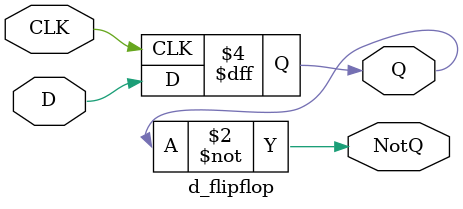
<source format=v>
module d_flipflop (
    input D, CLK,
    output reg Q,
    output NotQ
);
    initial begin
        Q <= 0;
    end

    always @(posedge CLK) begin
        Q <= D;
    end

    assign NotQ = ~Q; 

endmodule
</source>
